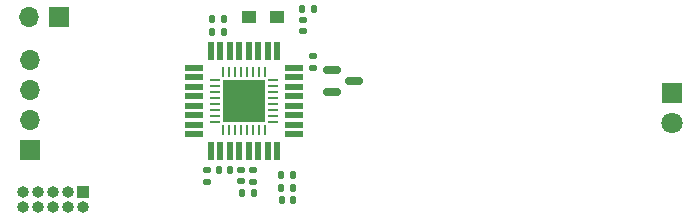
<source format=gbr>
%TF.GenerationSoftware,KiCad,Pcbnew,(6.0.2)*%
%TF.CreationDate,2023-04-03T14:54:34+02:00*%
%TF.ProjectId,IR_lights,49525f6c-6967-4687-9473-2e6b69636164,rev?*%
%TF.SameCoordinates,Original*%
%TF.FileFunction,Soldermask,Top*%
%TF.FilePolarity,Negative*%
%FSLAX46Y46*%
G04 Gerber Fmt 4.6, Leading zero omitted, Abs format (unit mm)*
G04 Created by KiCad (PCBNEW (6.0.2)) date 2023-04-03 14:54:34*
%MOMM*%
%LPD*%
G01*
G04 APERTURE LIST*
G04 Aperture macros list*
%AMRoundRect*
0 Rectangle with rounded corners*
0 $1 Rounding radius*
0 $2 $3 $4 $5 $6 $7 $8 $9 X,Y pos of 4 corners*
0 Add a 4 corners polygon primitive as box body*
4,1,4,$2,$3,$4,$5,$6,$7,$8,$9,$2,$3,0*
0 Add four circle primitives for the rounded corners*
1,1,$1+$1,$2,$3*
1,1,$1+$1,$4,$5*
1,1,$1+$1,$6,$7*
1,1,$1+$1,$8,$9*
0 Add four rect primitives between the rounded corners*
20,1,$1+$1,$2,$3,$4,$5,0*
20,1,$1+$1,$4,$5,$6,$7,0*
20,1,$1+$1,$6,$7,$8,$9,0*
20,1,$1+$1,$8,$9,$2,$3,0*%
G04 Aperture macros list end*
%ADD10RoundRect,0.150000X-0.587500X-0.150000X0.587500X-0.150000X0.587500X0.150000X-0.587500X0.150000X0*%
%ADD11R,1.700000X1.700000*%
%ADD12O,1.700000X1.700000*%
%ADD13RoundRect,0.135000X0.135000X0.185000X-0.135000X0.185000X-0.135000X-0.185000X0.135000X-0.185000X0*%
%ADD14RoundRect,0.147500X0.147500X0.172500X-0.147500X0.172500X-0.147500X-0.172500X0.147500X-0.172500X0*%
%ADD15RoundRect,0.135000X0.185000X-0.135000X0.185000X0.135000X-0.185000X0.135000X-0.185000X-0.135000X0*%
%ADD16RoundRect,0.140000X-0.170000X0.140000X-0.170000X-0.140000X0.170000X-0.140000X0.170000X0.140000X0*%
%ADD17RoundRect,0.147500X-0.147500X-0.172500X0.147500X-0.172500X0.147500X0.172500X-0.147500X0.172500X0*%
%ADD18R,1.150000X1.000000*%
%ADD19RoundRect,0.062500X0.337500X0.062500X-0.337500X0.062500X-0.337500X-0.062500X0.337500X-0.062500X0*%
%ADD20RoundRect,0.062500X0.062500X0.337500X-0.062500X0.337500X-0.062500X-0.337500X0.062500X-0.337500X0*%
%ADD21R,3.600000X3.600000*%
%ADD22RoundRect,0.135000X-0.135000X-0.185000X0.135000X-0.185000X0.135000X0.185000X-0.135000X0.185000X0*%
%ADD23RoundRect,0.140000X0.140000X0.170000X-0.140000X0.170000X-0.140000X-0.170000X0.140000X-0.170000X0*%
%ADD24RoundRect,0.140000X-0.140000X-0.170000X0.140000X-0.170000X0.140000X0.170000X-0.140000X0.170000X0*%
%ADD25R,1.600000X0.550000*%
%ADD26R,0.550000X1.600000*%
%ADD27RoundRect,0.140000X0.170000X-0.140000X0.170000X0.140000X-0.170000X0.140000X-0.170000X-0.140000X0*%
%ADD28R,1.000000X1.000000*%
%ADD29O,1.000000X1.000000*%
%ADD30R,1.800000X1.800000*%
%ADD31C,1.800000*%
G04 APERTURE END LIST*
D10*
%TO.C,Q1*%
X157075000Y-99425000D03*
X157075000Y-101325000D03*
X158950000Y-100375000D03*
%TD*%
D11*
%TO.C,J2*%
X131500000Y-106250000D03*
D12*
X131500000Y-103710000D03*
X131500000Y-101170000D03*
X131500000Y-98630000D03*
%TD*%
D13*
%TO.C,R3*%
X147960000Y-96200000D03*
X146940000Y-96200000D03*
%TD*%
D14*
%TO.C,D1*%
X147935000Y-95175000D03*
X146965000Y-95175000D03*
%TD*%
D15*
%TO.C,R2*%
X146525000Y-108910000D03*
X146525000Y-107890000D03*
%TD*%
D16*
%TO.C,C8*%
X155475000Y-98295000D03*
X155475000Y-99255000D03*
%TD*%
D17*
%TO.C,D3*%
X152832500Y-110500000D03*
X153802500Y-110500000D03*
%TD*%
D18*
%TO.C,L3*%
X150100000Y-94950000D03*
X152450000Y-94950000D03*
%TD*%
D11*
%TO.C,J3*%
X134000000Y-94950000D03*
D12*
X131460000Y-94950000D03*
%TD*%
D19*
%TO.C,U1*%
X152100000Y-103825000D03*
X152100000Y-103325000D03*
X152100000Y-102825000D03*
X152100000Y-102325000D03*
X152100000Y-101825000D03*
X152100000Y-101325000D03*
X152100000Y-100825000D03*
X152100000Y-100325000D03*
D20*
X151400000Y-99625000D03*
X150900000Y-99625000D03*
X150400000Y-99625000D03*
X149900000Y-99625000D03*
X149400000Y-99625000D03*
X148900000Y-99625000D03*
X148400000Y-99625000D03*
X147900000Y-99625000D03*
D19*
X147200000Y-100325000D03*
X147200000Y-100825000D03*
X147200000Y-101325000D03*
X147200000Y-101825000D03*
X147200000Y-102325000D03*
X147200000Y-102825000D03*
X147200000Y-103325000D03*
X147200000Y-103825000D03*
D20*
X147900000Y-104525000D03*
X148400000Y-104525000D03*
X148900000Y-104525000D03*
X149400000Y-104525000D03*
X149900000Y-104525000D03*
X150400000Y-104525000D03*
X150900000Y-104525000D03*
X151400000Y-104525000D03*
D21*
X149650000Y-102075000D03*
%TD*%
D22*
%TO.C,R8*%
X152807500Y-109425000D03*
X153827500Y-109425000D03*
%TD*%
D13*
%TO.C,R9*%
X153810000Y-108375000D03*
X152790000Y-108375000D03*
%TD*%
D23*
%TO.C,C21*%
X155535000Y-94250000D03*
X154575000Y-94250000D03*
%TD*%
D15*
%TO.C,R1*%
X150425000Y-108910000D03*
X150425000Y-107890000D03*
%TD*%
D24*
%TO.C,C5*%
X147495000Y-107925000D03*
X148455000Y-107925000D03*
%TD*%
%TO.C,C4*%
X149495000Y-109900000D03*
X150455000Y-109900000D03*
%TD*%
D25*
%TO.C,U2*%
X153900000Y-104875000D03*
X153900000Y-104075000D03*
X153900000Y-103275000D03*
X153900000Y-102475000D03*
X153900000Y-101675000D03*
X153900000Y-100875000D03*
X153900000Y-100075000D03*
X153900000Y-99275000D03*
D26*
X152450000Y-97825000D03*
X151650000Y-97825000D03*
X150850000Y-97825000D03*
X150050000Y-97825000D03*
X149250000Y-97825000D03*
X148450000Y-97825000D03*
X147650000Y-97825000D03*
X146850000Y-97825000D03*
D25*
X145400000Y-99275000D03*
X145400000Y-100075000D03*
X145400000Y-100875000D03*
X145400000Y-101675000D03*
X145400000Y-102475000D03*
X145400000Y-103275000D03*
X145400000Y-104075000D03*
X145400000Y-104875000D03*
D26*
X146850000Y-106325000D03*
X147650000Y-106325000D03*
X148450000Y-106325000D03*
X149250000Y-106325000D03*
X150050000Y-106325000D03*
X150850000Y-106325000D03*
X151650000Y-106325000D03*
X152450000Y-106325000D03*
%TD*%
D27*
%TO.C,C2*%
X154600000Y-96180000D03*
X154600000Y-95220000D03*
%TD*%
D28*
%TO.C,J1*%
X135975000Y-109775000D03*
D29*
X135975000Y-111045000D03*
X134705000Y-109775000D03*
X134705000Y-111045000D03*
X133435000Y-109775000D03*
X133435000Y-111045000D03*
X132165000Y-109775000D03*
X132165000Y-111045000D03*
X130895000Y-109775000D03*
X130895000Y-111045000D03*
%TD*%
D27*
%TO.C,C3*%
X149425000Y-108855000D03*
X149425000Y-107895000D03*
%TD*%
D30*
%TO.C,D4*%
X185900000Y-101375000D03*
D31*
X185900000Y-103915000D03*
%TD*%
M02*

</source>
